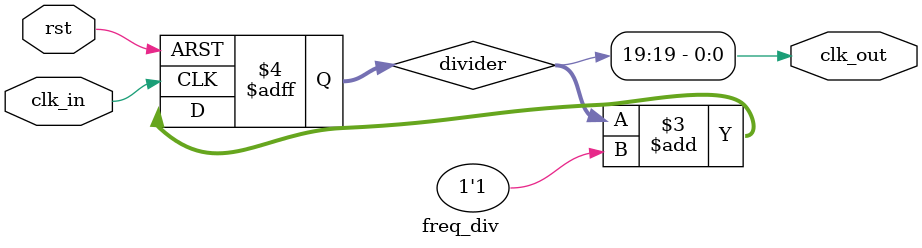
<source format=v>
module lab6 (clk, rst, column, sel, seg7);
input clk, rst;  //pin W16,C16
input[2:0]column;  // pin AA13, AB12, Y16
output[2:0]sel;  // pin AB10, AB11, AA12
output[6:0]seg7;  // pin AB7,AA7,AB6,AB5,AA9,Y9,AB8 
wire clk_sel;
wire[3:0] key_code;
freq_div #(13) u_div (
        .clk_in(clk), 
        .rst(rst), 
        .clk_out(clk_sel)
    );

    key_seg7_6dig u_key (
        .clk_sel(clk_sel), 
        .rst(rst), 
        .column(column), 
        .sel(sel), 
        .key_code(key_code)
    );

    // 修正點 3: bcd_in 必須連接到 key_code 訊號
    bcd_to_seg7 u_seg7 (
        .bcd_in(key_code), 
        .seg7(seg7)
    );
endmodule

module key_code_mux(display_code, sel, key_code);
input[23:0] display_code;
input[2:0]sel;
output[3:0] key_code;
assign key_code= (sel== 3'b101) ? display_code[3:0] :
 (sel== 3'b100) ? display_code[7:4] :
 (sel== 3'b011) ? display_code[11:8] :
 (sel== 3'b010) ? display_code[15:12] :
 (sel== 3'b001) ? display_code[19:16] :
 (sel== 3'b000) ? display_code[23:20] :  4'b1111;//如果 sel 指向第 1 位（3'b101），key_code 就拿 display_code 最右邊那格 [3:0];(sel == 3'b101)：這部分確實是 True 或 False。後面的結果：如果 True，它會把 display_code[3:0] 這 4 個位元的內容（比如是 4'b0101，也就是數字 5）交給 key_code。
endmodule

module key_seg7_6dig(clk_sel, rst, column, sel, key_code);//它就像是一個簡易計算機的輸入介面：你每按一個數字，原本的數字就會往左移一位，並騰出最右邊的位置顯示你剛按下的新數字，且同時管理 6 個七段顯示器的點亮工作
input clk_sel, rst;
input[2:0]column;
output[2:0]sel;
output[3:0]key_code;
wire press, press_valid;
wire[3:0] scan_code;
wire[23:0]display_code;
count6 u1(clk_sel, rst, sel);
key_decode u2(sel, column, press, scan_code);
debounce_ctl u3(clk_sel, rst, press, press_valid);
key_buf6 u4(clk_sel, rst, press_valid, scan_code, display_code);
key_code_mux u5(display_code, sel, key_code);
endmodule

module count6(clk, rst, sel);
input clk, rst;
output reg [2:0] sel;
always @(posedge clk or posedge rst) begin
if (rst)
sel <= 3'b000;
else if (sel >= 3'b101)
sel <= 3'b000;
else
sel <= sel + 1'b1;
end
endmodule

module key_decode(sel, column, press, scan_code);//decode the number you press
input[2:0]sel;//當 sel = 3'b000：FPGA 點名第一列（數字 1, 2, 3）。這時只有第一列是有電的，其他列都沒電。當 sel = 3'b001：FPGA 點名第二列（數字 4, 5, 6）。
input[2:0] column;
output press;
output[3:0] scan_code;
reg[3:0] scan_code;
reg press;
always@(*) begin
press = 1'b0;
scan_code = 4'b1111;
case(sel)
3'b000: begin
case(column)
3'b011: begin scan_code= 4'b0001; press = 1'b1; end // 1
3'b101: begin scan_code= 4'b0010; press = 1'b1; end // 2
3'b110: begin scan_code= 4'b0011; press = 1'b1; end // 3
default: begin scan_code= 4'b1111; press = 1'b0; end
endcase
end
3'b001: begin
case(column)
3'b011: begin scan_code= 4'b0100; press = 1'b1; end // 4
3'b101: begin scan_code= 4'b0101; press = 1'b1; end // 5
3'b110: begin scan_code= 4'b0110; press = 1'b1; end // 6
default: begin scan_code= 4'b1111; press = 1'b0; end
endcase
end
3'b010: begin
case(column)
3'b011: begin scan_code = 4'b0111; press = 1'b1; end // 7
3'b101: begin scan_code = 4'b1000; press = 1'b1; end // 8
3'b110: begin scan_code = 4'b1001; press = 1'b1; end // 9
default: begin scan_code = 4'b1111; press = 1'b0; end
endcase
end
3'b011: begin
case(column)
3'b101: begin scan_code = 4'b0000; press = 1'b1; end // 0
default: begin scan_code = 4'b1111; press = 1'b0; end
endcase
end
default:
begin scan_code= 4'b1111; press = 1'b0; end
endcase
end
endmodule

module debounce_ctl (clk, rst, press, press_valid);//確保你按一下按鈕，系統只會產生一個極短的訊號（1 個 clock 週期），並且過濾掉按鈕接觸時的雜訊
    input   press, clk, rst;
    output  press_valid;
    reg     [5:0] gg;

    assign press_valid =(~gg[5]) && press;//現在（press）是 1 (按下)，而且 6 個週期前（gg[5]）是 0 (沒按)

    always @(posedge clk or posedge rst) begin
        if (rst)
            gg <= 6'b0;
        else
            gg <= {gg[4:0], press};
    end
endmodule

module key_buf6(clk, rst, press_valid, scan_code, display_code);//left shift number
input clk, rst, press_valid;
input[3:0] scan_code;
output[23:0]display_code;
reg[23:0]display_code;
always@(posedge clk or posedge rst) begin
if(rst)
display_code= 24'hffffff;// initial value
else
display_code= press_valid ? {display_code[19:0], scan_code} : display_code;//{Left_shift_value} :Previous_ value;
end
endmodule



module bcd_to_seg7(bcd_in, seg7);
input[3:0] bcd_in;
output reg [6:0] seg7;
always@ (*)begin
case(bcd_in) // abcdefg
4'b0000: seg7 = 7'b1111110; // 0
4'b0001: seg7 = 7'b0110000; // 1
4'b0010: seg7 = 7'b1101101; // 2 
4'b0011: seg7 = 7'b1111001; // 3 
4'b0100: seg7 = 7'b0110011; // 4
4'b0101: seg7 = 7'b1011011; // 5
4'b0110: seg7 = 7'b1011111; // 6
4'b0111: seg7 = 7'b1110000; // 7
4'b1000: seg7 = 7'b1111111; // 8
4'b1001: seg7 = 7'b1111011; // 9
default: seg7 = 7'b0000000; 
endcase
end
endmodule

module freq_div(clk_in, rst, clk_out);
parameter exp = 20;   
input clk_in, rst;
output clk_out;
reg[exp-1:0] divider;
integer i;
assign clk_out= divider[exp-1];
always@ (posedge clk_in or posedge rst) //正緣觸發
begin
if(rst)
for(i=0; i < exp; i=i+1)
divider[i] = 1'b0;
else
divider = divider+ 1'b1;
end
endmodule
</source>
